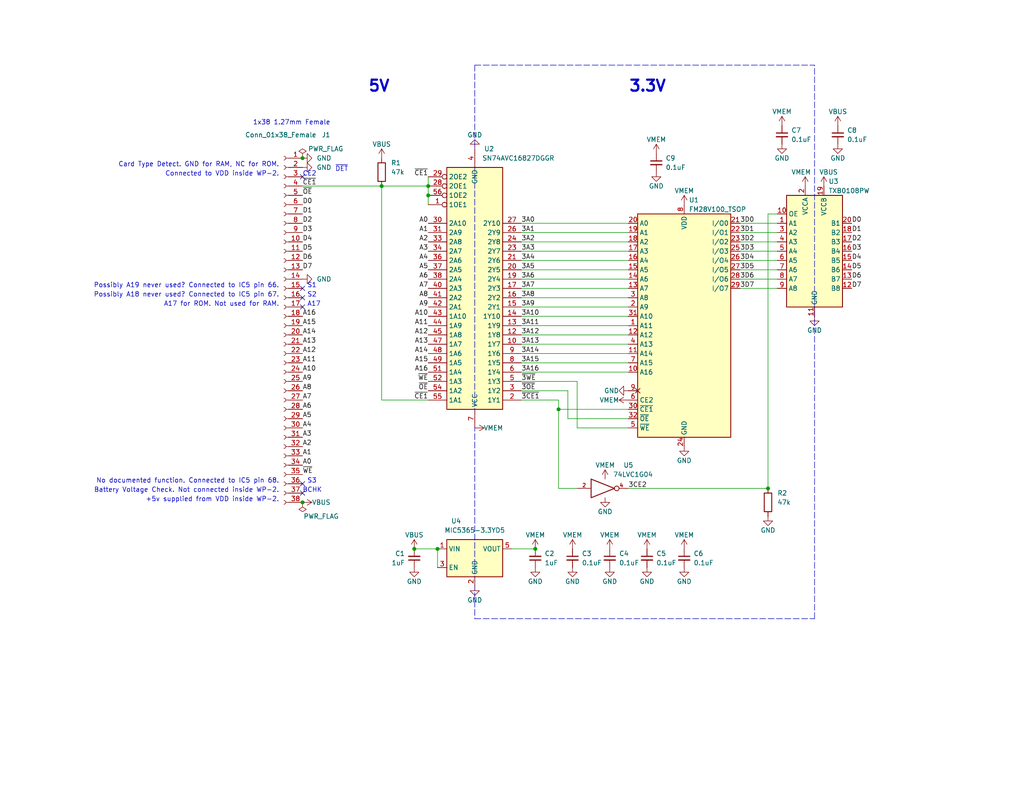
<source format=kicad_sch>
(kicad_sch (version 20211123) (generator eeschema)
  (paper "USLetter")
  (title_block (title "WP-2_IC-Card_FRAM_128K") (date "2023-01-11") (rev "001") (company "Brian K. White - b.kenyon.w@gmail.com"))
  (lib_symbols
    (symbol "0_LOCAL:62-65C1024_TSOP-I-32"
      (property "Reference" "U" (at -10.16 31.75 0))
      (property "Value" "62-65C1024_TSOP-I-32" (at 12.7 31.75 0))
      (symbol "62-65C1024_TSOP-I-32_0_1"
        (rectangle (start -12.7 30.48) (end 12.7 -30.48) (stroke (width 0.254)) (fill (type background)))
      )
      (symbol "62-65C1024_TSOP-I-32_1_1"
        (pin input line (at -15.24 0 0) (length 2.54) (name "A11") (number "1"))
        (pin input line (at -15.24 -12.7 0) (length 2.54) (name "A16") (number "10"))
        (pin input line (at -15.24 -7.62 0) (length 2.54) (name "A14") (number "11"))
        (pin input line (at -15.24 -2.54 0) (length 2.54) (name "A12") (number "12"))
        (pin input line (at -15.24 10.16 0) (length 2.54) (name "A7") (number "13"))
        (pin input line (at -15.24 12.7 0) (length 2.54) (name "A6") (number "14"))
        (pin input line (at -15.24 15.24 0) (length 2.54) (name "A5") (number "15"))
        (pin input line (at -15.24 17.78 0) (length 2.54) (name "A4") (number "16"))
        (pin input line (at -15.24 20.32 0) (length 2.54) (name "A3") (number "17"))
        (pin input line (at -15.24 22.86 0) (length 2.54) (name "A2") (number "18"))
        (pin input line (at -15.24 25.4 0) (length 2.54) (name "A1") (number "19"))
        (pin input line (at -15.24 5.08 0) (length 2.54) (name "A9") (number "2"))
        (pin input line (at -15.24 27.94 0) (length 2.54) (name "A0") (number "20"))
        (pin bidirectional line (at 15.24 27.94 180) (length 2.54) (name "I/O0") (number "21"))
        (pin bidirectional line (at 15.24 25.4 180) (length 2.54) (name "I/O1") (number "22"))
        (pin bidirectional line (at 15.24 22.86 180) (length 2.54) (name "I/O2") (number "23"))
        (pin power_in line (at 0 -33.02 90) (length 2.54) (name "GND") (number "24"))
        (pin bidirectional line (at 15.24 20.32 180) (length 2.54) (name "I/O3") (number "25"))
        (pin bidirectional line (at 15.24 17.78 180) (length 2.54) (name "I/O4") (number "26"))
        (pin bidirectional line (at 15.24 15.24 180) (length 2.54) (name "I/O5") (number "27"))
        (pin bidirectional line (at 15.24 12.7 180) (length 2.54) (name "I/O6") (number "28"))
        (pin bidirectional line (at 15.24 10.16 180) (length 2.54) (name "I/O7") (number "29"))
        (pin input line (at -15.24 7.62 0) (length 2.54) (name "A8") (number "3"))
        (pin input line (at -15.24 -22.86 0) (length 2.54) (name "~{CE1}") (number "30"))
        (pin input line (at -15.24 2.54 0) (length 2.54) (name "A10") (number "31"))
        (pin input line (at -15.24 -25.4 0) (length 2.54) (name "~{OE}") (number "32"))
        (pin input line (at -15.24 -5.08 0) (length 2.54) (name "A13") (number "4"))
        (pin input line (at -15.24 -27.94 0) (length 2.54) (name "~{WE}") (number "5"))
        (pin input line (at -15.24 -20.32 0) (length 2.54) (name "CE2") (number "6"))
        (pin input line (at -15.24 -10.16 0) (length 2.54) (name "A15") (number "7"))
        (pin power_in line (at 0 33.02 270) (length 2.54) (name "VDD") (number "8"))
        (pin passive non_logic (at -15.24 -17.78 0) (length 2.54) (name "~") (number "9"))
      )
    )
    (symbol "0_LOCAL:74LVC1G04" (pin_names (offset 1.016))
      (property "Reference" "U" (at -2.54 3.81 0))
      (property "Value" "74LVC1G04" (at 0 -3.81 0))
      (symbol "74LVC1G04_0_1"
        (polyline (pts (xy -3.81 2.54) (xy -3.81 -2.54) (xy 2.54 0) (xy -3.81 2.54)) (stroke (width 0.254)))
      )
      (symbol "74LVC1G04_1_1"
        (pin input line (at -7.62 0 0) (length 3.81) (name "~") (number "2"))
        (pin power_in line (at 0 -2.54 270) (length 0) hide (name "GND") (number "3"))
        (pin output inverted (at 6.35 0 180) (length 3.81) (name "~") (number "4"))
        (pin power_in line (at 0 2.54 90) (length 0) hide (name "VCC") (number "5"))
      )
    )
    (symbol "0_LOCAL:C_Small" (pin_numbers hide) (pin_names (offset 0.254) hide)
      (property "Reference" "C" (at 0.254 1.778 0))
      (property "Value" "C_Small" (at 0.254 -2.032 0))
      (symbol "C_Small_0_1"
        (polyline (pts (xy -1.524 -0.508) (xy 1.524 -0.508)) (stroke (width 0.3302)))
        (polyline (pts (xy -1.524 0.508) (xy 1.524 0.508)) (stroke (width 0.3048)))
      )
      (symbol "C_Small_1_1"
        (pin passive line (at 0 2.54 270) (length 2.032) (name "~") (number "1"))
        (pin passive line (at 0 -2.54 90) (length 2.032) (name "~") (number "2"))
      )
    )
    (symbol "0_LOCAL:Conn_01x38_Female" (pin_names (offset 1.016) hide)
      (property "Reference" "J" (at 0 48.26 0))
      (property "Value" "Conn_01x38_Female" (at 0 -50.8 0))
      (symbol "Conn_01x38_Female_1_1"
        (arc (start 0 -47.752) (mid -0.508 -48.26) (end 0 -48.768) (stroke (width 0.1524)))
        (arc (start 0 -45.212) (mid -0.508 -45.72) (end 0 -46.228) (stroke (width 0.1524)))
        (arc (start 0 -42.672) (mid -0.508 -43.18) (end 0 -43.688) (stroke (width 0.1524)))
        (arc (start 0 -40.132) (mid -0.508 -40.64) (end 0 -41.148) (stroke (width 0.1524)))
        (arc (start 0 -37.592) (mid -0.508 -38.1) (end 0 -38.608) (stroke (width 0.1524)))
        (arc (start 0 -35.052) (mid -0.508 -35.56) (end 0 -36.068) (stroke (width 0.1524)))
        (arc (start 0 -32.512) (mid -0.508 -33.02) (end 0 -33.528) (stroke (width 0.1524)))
        (arc (start 0 -29.972) (mid -0.508 -30.48) (end 0 -30.988) (stroke (width 0.1524)))
        (arc (start 0 -27.432) (mid -0.508 -27.94) (end 0 -28.448) (stroke (width 0.1524)))
        (arc (start 0 -24.892) (mid -0.508 -25.4) (end 0 -25.908) (stroke (width 0.1524)))
        (arc (start 0 -22.352) (mid -0.508 -22.86) (end 0 -23.368) (stroke (width 0.1524)))
        (arc (start 0 -19.812) (mid -0.508 -20.32) (end 0 -20.828) (stroke (width 0.1524)))
        (arc (start 0 -17.272) (mid -0.508 -17.78) (end 0 -18.288) (stroke (width 0.1524)))
        (arc (start 0 -14.732) (mid -0.508 -15.24) (end 0 -15.748) (stroke (width 0.1524)))
        (arc (start 0 -12.192) (mid -0.508 -12.7) (end 0 -13.208) (stroke (width 0.1524)))
        (arc (start 0 -9.652) (mid -0.508 -10.16) (end 0 -10.668) (stroke (width 0.1524)))
        (arc (start 0 -7.112) (mid -0.508 -7.62) (end 0 -8.128) (stroke (width 0.1524)))
        (arc (start 0 -4.572) (mid -0.508 -5.08) (end 0 -5.588) (stroke (width 0.1524)))
        (arc (start 0 -2.032) (mid -0.508 -2.54) (end 0 -3.048) (stroke (width 0.1524)))
        (polyline (pts (xy -1.27 -48.26) (xy -0.508 -48.26)) (stroke (width 0.1524)))
        (polyline (pts (xy -1.27 -45.72) (xy -0.508 -45.72)) (stroke (width 0.1524)))
        (polyline (pts (xy -1.27 -43.18) (xy -0.508 -43.18)) (stroke (width 0.1524)))
        (polyline (pts (xy -1.27 -40.64) (xy -0.508 -40.64)) (stroke (width 0.1524)))
        (polyline (pts (xy -1.27 -38.1) (xy -0.508 -38.1)) (stroke (width 0.1524)))
        (polyline (pts (xy -1.27 -35.56) (xy -0.508 -35.56)) (stroke (width 0.1524)))
        (polyline (pts (xy -1.27 -33.02) (xy -0.508 -33.02)) (stroke (width 0.1524)))
        (polyline (pts (xy -1.27 -30.48) (xy -0.508 -30.48)) (stroke (width 0.1524)))
        (polyline (pts (xy -1.27 -27.94) (xy -0.508 -27.94)) (stroke (width 0.1524)))
        (polyline (pts (xy -1.27 -25.4) (xy -0.508 -25.4)) (stroke (width 0.1524)))
        (polyline (pts (xy -1.27 -22.86) (xy -0.508 -22.86)) (stroke (width 0.1524)))
        (polyline (pts (xy -1.27 -20.32) (xy -0.508 -20.32)) (stroke (width 0.1524)))
        (polyline (pts (xy -1.27 -17.78) (xy -0.508 -17.78)) (stroke (width 0.1524)))
        (polyline (pts (xy -1.27 -15.24) (xy -0.508 -15.24)) (stroke (width 0.1524)))
        (polyline (pts (xy -1.27 -12.7) (xy -0.508 -12.7)) (stroke (width 0.1524)))
        (polyline (pts (xy -1.27 -10.16) (xy -0.508 -10.16)) (stroke (width 0.1524)))
        (polyline (pts (xy -1.27 -7.62) (xy -0.508 -7.62)) (stroke (width 0.1524)))
        (polyline (pts (xy -1.27 -5.08) (xy -0.508 -5.08)) (stroke (width 0.1524)))
        (polyline (pts (xy -1.27 -2.54) (xy -0.508 -2.54)) (stroke (width 0.1524)))
        (polyline (pts (xy -1.27 0) (xy -0.508 0)) (stroke (width 0.1524)))
        (polyline (pts (xy -1.27 2.54) (xy -0.508 2.54)) (stroke (width 0.1524)))
        (polyline (pts (xy -1.27 5.08) (xy -0.508 5.08)) (stroke (width 0.1524)))
        (polyline (pts (xy -1.27 7.62) (xy -0.508 7.62)) (stroke (width 0.1524)))
        (polyline (pts (xy -1.27 10.16) (xy -0.508 10.16)) (stroke (width 0.1524)))
        (polyline (pts (xy -1.27 12.7) (xy -0.508 12.7)) (stroke (width 0.1524)))
        (polyline (pts (xy -1.27 15.24) (xy -0.508 15.24)) (stroke (width 0.1524)))
        (polyline (pts (xy -1.27 17.78) (xy -0.508 17.78)) (stroke (width 0.1524)))
        (polyline (pts (xy -1.27 20.32) (xy -0.508 20.32)) (stroke (width 0.1524)))
        (polyline (pts (xy -1.27 22.86) (xy -0.508 22.86)) (stroke (width 0.1524)))
        (polyline (pts (xy -1.27 25.4) (xy -0.508 25.4)) (stroke (width 0.1524)))
        (polyline (pts (xy -1.27 27.94) (xy -0.508 27.94)) (stroke (width 0.1524)))
        (polyline (pts (xy -1.27 30.48) (xy -0.508 30.48)) (stroke (width 0.1524)))
        (polyline (pts (xy -1.27 33.02) (xy -0.508 33.02)) (stroke (width 0.1524)))
        (polyline (pts (xy -1.27 35.56) (xy -0.508 35.56)) (stroke (width 0.1524)))
        (polyline (pts (xy -1.27 38.1) (xy -0.508 38.1)) (stroke (width 0.1524)))
        (polyline (pts (xy -1.27 40.64) (xy -0.508 40.64)) (stroke (width 0.1524)))
        (polyline (pts (xy -1.27 43.18) (xy -0.508 43.18)) (stroke (width 0.1524)))
        (polyline (pts (xy -1.27 45.72) (xy -0.508 45.72)) (stroke (width 0.1524)))
        (arc (start 0 0.508) (mid -0.508 0) (end 0 -0.508) (stroke (width 0.1524)))
        (arc (start 0 3.048) (mid -0.508 2.54) (end 0 2.032) (stroke (width 0.1524)))
        (arc (start 0 5.588) (mid -0.508 5.08) (end 0 4.572) (stroke (width 0.1524)))
        (arc (start 0 8.128) (mid -0.508 7.62) (end 0 7.112) (stroke (width 0.1524)))
        (arc (start 0 10.668) (mid -0.508 10.16) (end 0 9.652) (stroke (width 0.1524)))
        (arc (start 0 13.208) (mid -0.508 12.7) (end 0 12.192) (stroke (width 0.1524)))
        (arc (start 0 15.748) (mid -0.508 15.24) (end 0 14.732) (stroke (width 0.1524)))
        (arc (start 0 18.288) (mid -0.508 17.78) (end 0 17.272) (stroke (width 0.1524)))
        (arc (start 0 20.828) (mid -0.508 20.32) (end 0 19.812) (stroke (width 0.1524)))
        (arc (start 0 23.368) (mid -0.508 22.86) (end 0 22.352) (stroke (width 0.1524)))
        (arc (start 0 25.908) (mid -0.508 25.4) (end 0 24.892) (stroke (width 0.1524)))
        (arc (start 0 28.448) (mid -0.508 27.94) (end 0 27.432) (stroke (width 0.1524)))
        (arc (start 0 30.988) (mid -0.508 30.48) (end 0 29.972) (stroke (width 0.1524)))
        (arc (start 0 33.528) (mid -0.508 33.02) (end 0 32.512) (stroke (width 0.1524)))
        (arc (start 0 36.068) (mid -0.508 35.56) (end 0 35.052) (stroke (width 0.1524)))
        (arc (start 0 38.608) (mid -0.508 38.1) (end 0 37.592) (stroke (width 0.1524)))
        (arc (start 0 41.148) (mid -0.508 40.64) (end 0 40.132) (stroke (width 0.1524)))
        (arc (start 0 43.688) (mid -0.508 43.18) (end 0 42.672) (stroke (width 0.1524)))
        (arc (start 0 46.228) (mid -0.508 45.72) (end 0 45.212) (stroke (width 0.1524)))
        (pin passive line (at -5.08 45.72 0) (length 3.81) (name "Pin_1") (number "1"))
        (pin passive line (at -5.08 22.86 0) (length 3.81) (name "Pin_10") (number "10"))
        (pin passive line (at -5.08 20.32 0) (length 3.81) (name "Pin_11") (number "11"))
        (pin passive line (at -5.08 17.78 0) (length 3.81) (name "Pin_12") (number "12"))
        (pin passive line (at -5.08 15.24 0) (length 3.81) (name "Pin_13") (number "13"))
        (pin passive line (at -5.08 12.7 0) (length 3.81) (name "Pin_14") (number "14"))
        (pin passive line (at -5.08 10.16 0) (length 3.81) (name "Pin_15") (number "15"))
        (pin passive line (at -5.08 7.62 0) (length 3.81) (name "Pin_16") (number "16"))
        (pin passive line (at -5.08 5.08 0) (length 3.81) (name "Pin_17") (number "17"))
        (pin passive line (at -5.08 2.54 0) (length 3.81) (name "Pin_18") (number "18"))
        (pin passive line (at -5.08 0 0) (length 3.81) (name "Pin_19") (number "19"))
        (pin passive line (at -5.08 43.18 0) (length 3.81) (name "Pin_2") (number "2"))
        (pin passive line (at -5.08 -2.54 0) (length 3.81) (name "Pin_20") (number "20"))
        (pin passive line (at -5.08 -5.08 0) (length 3.81) (name "Pin_21") (number "21"))
        (pin passive line (at -5.08 -7.62 0) (length 3.81) (name "Pin_22") (number "22"))
        (pin passive line (at -5.08 -10.16 0) (length 3.81) (name "Pin_23") (number "23"))
        (pin passive line (at -5.08 -12.7 0) (length 3.81) (name "Pin_24") (number "24"))
        (pin passive line (at -5.08 -15.24 0) (length 3.81) (name "Pin_25") (number "25"))
        (pin passive line (at -5.08 -17.78 0) (length 3.81) (name "Pin_26") (number "26"))
        (pin passive line (at -5.08 -20.32 0) (length 3.81) (name "Pin_27") (number "27"))
        (pin passive line (at -5.08 -22.86 0) (length 3.81) (name "Pin_28") (number "28"))
        (pin passive line (at -5.08 -25.4 0) (length 3.81) (name "Pin_29") (number "29"))
        (pin passive line (at -5.08 40.64 0) (length 3.81) (name "Pin_3") (number "3"))
        (pin passive line (at -5.08 -27.94 0) (length 3.81) (name "Pin_30") (number "30"))
        (pin passive line (at -5.08 -30.48 0) (length 3.81) (name "Pin_31") (number "31"))
        (pin passive line (at -5.08 -33.02 0) (length 3.81) (name "Pin_32") (number "32"))
        (pin passive line (at -5.08 -35.56 0) (length 3.81) (name "Pin_33") (number "33"))
        (pin passive line (at -5.08 -38.1 0) (length 3.81) (name "Pin_34") (number "34"))
        (pin passive line (at -5.08 -40.64 0) (length 3.81) (name "Pin_35") (number "35"))
        (pin passive line (at -5.08 -43.18 0) (length 3.81) (name "Pin_36") (number "36"))
        (pin passive line (at -5.08 -45.72 0) (length 3.81) (name "Pin_37") (number "37"))
        (pin passive line (at -5.08 -48.26 0) (length 3.81) (name "Pin_38") (number "38"))
        (pin passive line (at -5.08 38.1 0) (length 3.81) (name "Pin_4") (number "4"))
        (pin passive line (at -5.08 35.56 0) (length 3.81) (name "Pin_5") (number "5"))
        (pin passive line (at -5.08 33.02 0) (length 3.81) (name "Pin_6") (number "6"))
        (pin passive line (at -5.08 30.48 0) (length 3.81) (name "Pin_7") (number "7"))
        (pin passive line (at -5.08 27.94 0) (length 3.81) (name "Pin_8") (number "8"))
        (pin passive line (at -5.08 25.4 0) (length 3.81) (name "Pin_9") (number "9"))
      )
    )
    (symbol "0_LOCAL:MIC5365-3.3YD5"
      (property "Reference" "U" (at -7.62 6.35 0))
      (property "Value" "MIC5365-3.3YD5" (at 0 6.35 0))
      (symbol "MIC5365-3.3YD5_0_1"
        (rectangle (start -7.62 -5.08) (end 7.62 5.08) (stroke (width 0.254)) (fill (type background)))
      )
      (symbol "MIC5365-3.3YD5_1_1"
        (pin power_in line (at -10.16 2.54 0) (length 2.54) (name "VIN") (number "1"))
        (pin power_in line (at 0 -7.62 90) (length 2.54) (name "GND") (number "2"))
        (pin input line (at -10.16 -2.54 0) (length 2.54) (name "EN") (number "3"))
        (pin no_connect line (at 7.62 -2.54 180) (length 2.54) hide (name "NC") (number "4"))
        (pin power_out line (at 10.16 2.54 180) (length 2.54) (name "VOUT") (number "5"))
      )
    )
    (symbol "0_LOCAL:R" (pin_numbers hide) (pin_names (offset 0))
      (property "Reference" "R" (at 2.032 0 90))
      (property "Value" "R" (at 0 0 90))
      (symbol "R_0_1"
        (rectangle (start -1.016 -2.54) (end 1.016 2.54) (stroke (width 0.254)))
      )
      (symbol "R_1_1"
        (pin passive line (at 0 3.81 270) (length 1.27) (name "~") (number "1"))
        (pin passive line (at 0 -3.81 90) (length 1.27) (name "~") (number "2"))
      )
    )
    (symbol "0_LOCAL:SN74AVC16827DGGR"
      (property "Reference" "U" (at -6.35 34.29 0))
      (property "Value" "SN74AVC16827DGGR" (at 10.16 34.29 0))
      (symbol "SN74AVC16827DGGR_0_1"
        (rectangle (start -7.62 33.02) (end 7.62 -33.02) (stroke (width 0.254)) (fill (type background)))
      )
      (symbol "SN74AVC16827DGGR_1_1"
        (pin input inverted (at -12.7 -22.86 0) (length 5.08) (name "1OE1") (number "1"))
        (pin output line (at 12.7 15.24 180) (length 5.08) (name "1Y7") (number "10"))
        (pin passive line (at 0 -38.1 90) (length 5.08) hide (name "GND") (number "11"))
        (pin output line (at 12.7 12.7 180) (length 5.08) (name "1Y8") (number "12"))
        (pin output line (at 12.7 10.16 180) (length 5.08) (name "1Y9") (number "13"))
        (pin output line (at 12.7 7.62 180) (length 5.08) (name "1Y10") (number "14"))
        (pin output line (at 12.7 5.08 180) (length 5.08) (name "2Y1") (number "15"))
        (pin output line (at 12.7 2.54 180) (length 5.08) (name "2Y2") (number "16"))
        (pin output line (at 12.7 0 180) (length 5.08) (name "2Y3") (number "17"))
        (pin passive line (at 0 -38.1 90) (length 5.08) hide (name "GND") (number "18"))
        (pin output line (at 12.7 -2.54 180) (length 5.08) (name "2Y4") (number "19"))
        (pin output line (at 12.7 30.48 180) (length 5.08) (name "1Y1") (number "2"))
        (pin output line (at 12.7 -5.08 180) (length 5.08) (name "2Y5") (number "20"))
        (pin output line (at 12.7 -7.62 180) (length 5.08) (name "2Y6") (number "21"))
        (pin passive line (at 0 38.1 270) (length 5.08) hide (name "VCC") (number "22"))
        (pin output line (at 12.7 -10.16 180) (length 5.08) (name "2Y7") (number "23"))
        (pin output line (at 12.7 -12.7 180) (length 5.08) (name "2Y8") (number "24"))
        (pin passive line (at 0 -38.1 90) (length 5.08) hide (name "GND") (number "25"))
        (pin output line (at 12.7 -15.24 180) (length 5.08) (name "2Y9") (number "26"))
        (pin output line (at 12.7 -17.78 180) (length 5.08) (name "2Y10") (number "27"))
        (pin input inverted (at -12.7 -27.94 0) (length 5.08) (name "2OE1") (number "28"))
        (pin input inverted (at -12.7 -30.48 0) (length 5.08) (name "2OE2") (number "29"))
        (pin output line (at 12.7 27.94 180) (length 5.08) (name "1Y2") (number "3"))
        (pin input line (at -12.7 -17.78 0) (length 5.08) (name "2A10") (number "30"))
        (pin input line (at -12.7 -15.24 0) (length 5.08) (name "2A9") (number "31"))
        (pin passive line (at 0 -38.1 90) (length 5.08) hide (name "GND") (number "32"))
        (pin input line (at -12.7 -12.7 0) (length 5.08) (name "2A8") (number "33"))
        (pin input line (at -12.7 -10.16 0) (length 5.08) (name "2A7") (number "34"))
        (pin passive line (at 0 38.1 270) (length 5.08) hide (name "VCC") (number "35"))
        (pin input line (at -12.7 -7.62 0) (length 5.08) (name "2A6") (number "36"))
        (pin input line (at -12.7 -5.08 0) (length 5.08) (name "2A5") (number "37"))
        (pin input line (at -12.7 -2.54 0) (length 5.08) (name "2A4") (number "38"))
        (pin passive line (at 0 -38.1 90) (length 5.08) hide (name "GND") (number "39"))
        (pin power_in line (at 0 -38.1 90) (length 5.08) (name "GND") (number "4"))
        (pin input line (at -12.7 0 0) (length 5.08) (name "2A3") (number "40"))
        (pin input line (at -12.7 2.54 0) (length 5.08) (name "2A2") (number "41"))
        (pin input line (at -12.7 5.08 0) (length 5.08) (name "2A1") (number "42"))
        (pin input line (at -12.7 7.62 0) (length 5.08) (name "1A10") (number "43"))
        (pin input line (at -12.7 10.16 0) (length 5.08) (name "1A9") (number "44"))
        (pin input line (at -12.7 12.7 0) (length 5.08) (name "1A8") (number "45"))
        (pin passive line (at 0 -38.1 90) (length 5.08) hide (name "GND") (number "46"))
        (pin input line (at -12.7 15.24 0) (length 5.08) (name "1A7") (number "47"))
        (pin input line (at -12.7 17.78 0) (length 5.08) (name "1A6") (number "48"))
        (pin input line (at -12.7 20.32 0) (length 5.08) (name "1A5") (number "49"))
        (pin output line (at 12.7 25.4 180) (length 5.08) (name "1Y3") (number "5"))
        (pin passive line (at 0 38.1 270) (length 5.08) hide (name "VCC") (number "50"))
        (pin input line (at -12.7 22.86 0) (length 5.08) (name "1A4") (number "51"))
        (pin input line (at -12.7 25.4 0) (length 5.08) (name "1A3") (number "52"))
        (pin passive line (at 0 -38.1 90) (length 5.08) hide (name "GND") (number "53"))
        (pin input line (at -12.7 27.94 0) (length 5.08) (name "1A2") (number "54"))
        (pin input line (at -12.7 30.48 0) (length 5.08) (name "1A1") (number "55"))
        (pin input inverted (at -12.7 -25.4 0) (length 5.08) (name "1OE2") (number "56"))
        (pin output line (at 12.7 22.86 180) (length 5.08) (name "1Y4") (number "6"))
        (pin power_in line (at 0 38.1 270) (length 5.08) (name "VCC") (number "7"))
        (pin output line (at 12.7 20.32 180) (length 5.08) (name "1Y5") (number "8"))
        (pin output line (at 12.7 17.78 180) (length 5.08) (name "1Y6") (number "9"))
      )
    )
    (symbol "0_LOCAL:TXB0108PW"
      (property "Reference" "U" (at -6.35 16.51 0))
      (property "Value" "TXB0108PW" (at 3.81 16.51 0))
      (symbol "TXB0108PW_0_1"
        (rectangle (start -7.62 15.24) (end 7.62 -15.24) (stroke (width 0.254)) (fill (type background)))
      )
      (symbol "TXB0108PW_1_1"
        (pin bidirectional line (at -10.16 7.62 0) (length 2.54) (name "A1") (number "1"))
        (pin input line (at -10.16 10.16 0) (length 2.54) (name "OE") (number "10"))
        (pin power_in line (at 0 -17.78 90) (length 2.54) (name "GND") (number "11"))
        (pin bidirectional line (at 10.16 -10.16 180) (length 2.54) (name "B8") (number "12"))
        (pin bidirectional line (at 10.16 -7.62 180) (length 2.54) (name "B7") (number "13"))
        (pin bidirectional line (at 10.16 -5.08 180) (length 2.54) (name "B6") (number "14"))
        (pin bidirectional line (at 10.16 -2.54 180) (length 2.54) (name "B5") (number "15"))
        (pin bidirectional line (at 10.16 0 180) (length 2.54) (name "B4") (number "16"))
        (pin bidirectional line (at 10.16 2.54 180) (length 2.54) (name "B3") (number "17"))
        (pin bidirectional line (at 10.16 5.08 180) (length 2.54) (name "B2") (number "18"))
        (pin power_in line (at 2.54 17.78 270) (length 2.54) (name "VCCB") (number "19"))
        (pin power_in line (at -2.54 17.78 270) (length 2.54) (name "VCCA") (number "2"))
        (pin bidirectional line (at 10.16 7.62 180) (length 2.54) (name "B1") (number "20"))
        (pin bidirectional line (at -10.16 5.08 0) (length 2.54) (name "A2") (number "3"))
        (pin bidirectional line (at -10.16 2.54 0) (length 2.54) (name "A3") (number "4"))
        (pin bidirectional line (at -10.16 0 0) (length 2.54) (name "A4") (number "5"))
        (pin bidirectional line (at -10.16 -2.54 0) (length 2.54) (name "A5") (number "6"))
        (pin bidirectional line (at -10.16 -5.08 0) (length 2.54) (name "A6") (number "7"))
        (pin bidirectional line (at -10.16 -7.62 0) (length 2.54) (name "A7") (number "8"))
        (pin bidirectional line (at -10.16 -10.16 0) (length 2.54) (name "A8") (number "9"))
      )
    )
    (symbol "PWR_FLAG_1" (power) (pin_numbers hide) (pin_names (offset 0) hide)
      (property "Value" "PWR_FLAG_1" (at 0 3.81 0))
      (symbol "PWR_FLAG_1_0_0"
        (pin power_out line (at 0 0 90) (length 0) (name "pwr") (number "1"))
      )
      (symbol "PWR_FLAG_1_0_1"
        (polyline (pts (xy 0 0) (xy 0 1.27) (xy -1.016 1.905) (xy 0 2.54) (xy 1.016 1.905) (xy 0 1.27)))
      )
    )
    (symbol "power:GND" (power) (pin_names (offset 0))
      (property "Value" "GND" (at 0 -3.81 0))
      (symbol "GND_0_1"
        (polyline (pts (xy 0 0) (xy 0 -1.27) (xy 1.27 -1.27) (xy 0 -2.54) (xy -1.27 -1.27) (xy 0 -1.27)))
      )
      (symbol "GND_1_1"
        (pin power_in line (at 0 0 270) (length 0) hide (name "GND") (number "1"))
      )
    )
    (symbol "power:PWR_FLAG" (power) (pin_numbers hide) (pin_names (offset 0) hide)
      (property "Value" "PWR_FLAG" (at 0 3.81 0))
      (symbol "PWR_FLAG_0_0"
        (pin power_out line (at 0 0 90) (length 0) (name "pwr") (number "1"))
      )
      (symbol "PWR_FLAG_0_1"
        (polyline (pts (xy 0 0) (xy 0 1.27) (xy -1.016 1.905) (xy 0 2.54) (xy 1.016 1.905) (xy 0 1.27)))
      )
    )
    (symbol "power:VBUS" (power) (pin_names (offset 0))
      (property "Value" "VBUS" (at 0 3.81 0))
      (symbol "VBUS_0_1"
        (polyline (pts (xy -0.762 1.27) (xy 0 2.54)))
        (polyline (pts (xy 0 0) (xy 0 2.54)))
        (polyline (pts (xy 0 2.54) (xy 0.762 1.27)))
      )
      (symbol "VBUS_1_1"
        (pin power_in line (at 0 0 90) (length 0) hide (name "VBUS") (number "1"))
      )
    )
    (symbol "power:VMEM" (power) (pin_names (offset 0))
      (property "Value" "VMEM" (at 0 3.81 0))
      (symbol "VMEM_0_1"
        (polyline (pts (xy -0.762 1.27) (xy 0 2.54)))
        (polyline (pts (xy 0 0) (xy 0 2.54)))
        (polyline (pts (xy 0 2.54) (xy 0.762 1.27)))
      )
      (symbol "VMEM_1_1"
        (pin power_in line (at 0 0 90) (length 0) hide (name "VMEM") (number "1"))
      )
    )
  )
  (junction (at 152.4 111.76))
  (junction (at 82.55 137.16))
  (junction (at 116.84 53.34))
  (junction (at 104.14 50.8))
  (junction (at 146.05 149.86))
  (junction (at 209.55 133.35))
  (junction (at 113.03 149.86))
  (junction (at 82.55 43.18))
  (junction (at 119.38 149.86))
  (junction (at 116.84 50.8))
  (no_connect (at 82.55 48.26))
  (no_connect (at 82.55 81.28))
  (no_connect (at 82.55 134.62))
  (no_connect (at 82.55 132.08))
  (no_connect (at 82.55 83.82))
  (no_connect (at 82.55 78.74))
  (wire (pts (xy 116.84 109.22) (xy 104.14 109.22)))
  (wire (pts (xy 171.45 114.3) (xy 154.94 114.3)))
  (wire (pts (xy 152.4 111.76) (xy 152.4 133.35)))
  (wire (pts (xy 157.48 104.14) (xy 157.48 116.84)))
  (wire (pts (xy 142.24 106.68) (xy 154.94 106.68)))
  (wire (pts (xy 142.24 99.06) (xy 171.45 99.06)))
  (wire (pts (xy 152.4 111.76) (xy 171.45 111.76)))
  (wire (pts (xy 142.24 76.2) (xy 171.45 76.2)))
  (wire (pts (xy 152.4 133.35) (xy 157.48 133.35)))
  (wire (pts (xy 142.24 68.58) (xy 171.45 68.58)))
  (wire (pts (xy 142.24 91.44) (xy 171.45 91.44)))
  (wire (pts (xy 142.24 109.22) (xy 152.4 109.22)))
  (wire (pts (xy 116.84 48.26) (xy 116.84 50.8)))
  (polyline (pts (xy 129.54 168.91) (xy 222.25 168.91)))
  (wire (pts (xy 201.93 73.66) (xy 212.09 73.66)))
  (wire (pts (xy 116.84 50.8) (xy 116.84 53.34)))
  (wire (pts (xy 142.24 73.66) (xy 171.45 73.66)))
  (wire (pts (xy 209.55 58.42) (xy 212.09 58.42)))
  (wire (pts (xy 201.93 66.04) (xy 212.09 66.04)))
  (wire (pts (xy 201.93 76.2) (xy 212.09 76.2)))
  (wire (pts (xy 142.24 60.96) (xy 171.45 60.96)))
  (wire (pts (xy 201.93 71.12) (xy 212.09 71.12)))
  (wire (pts (xy 142.24 63.5) (xy 171.45 63.5)))
  (polyline (pts (xy 222.25 168.91) (xy 222.25 17.78)))
  (wire (pts (xy 119.38 149.86) (xy 119.38 154.94)))
  (wire (pts (xy 152.4 109.22) (xy 152.4 111.76)))
  (wire (pts (xy 201.93 78.74) (xy 212.09 78.74)))
  (wire (pts (xy 142.24 104.14) (xy 157.48 104.14)))
  (polyline (pts (xy 129.54 17.78) (xy 129.54 168.91)))
  (wire (pts (xy 201.93 68.58) (xy 212.09 68.58)))
  (wire (pts (xy 116.84 53.34) (xy 116.84 55.88)))
  (wire (pts (xy 142.24 101.6) (xy 171.45 101.6)))
  (wire (pts (xy 142.24 78.74) (xy 171.45 78.74)))
  (wire (pts (xy 113.03 149.86) (xy 119.38 149.86)))
  (wire (pts (xy 142.24 83.82) (xy 171.45 83.82)))
  (wire (pts (xy 142.24 96.52) (xy 171.45 96.52)))
  (wire (pts (xy 201.93 60.96) (xy 212.09 60.96)))
  (wire (pts (xy 154.94 106.68) (xy 154.94 114.3)))
  (wire (pts (xy 142.24 71.12) (xy 171.45 71.12)))
  (polyline (pts (xy 129.54 17.78) (xy 222.25 17.78)))
  (wire (pts (xy 104.14 109.22) (xy 104.14 50.8)))
  (wire (pts (xy 139.7 149.86) (xy 146.05 149.86)))
  (wire (pts (xy 201.93 63.5) (xy 212.09 63.5)))
  (wire (pts (xy 142.24 88.9) (xy 171.45 88.9)))
  (wire (pts (xy 142.24 86.36) (xy 171.45 86.36)))
  (wire (pts (xy 104.14 50.8) (xy 116.84 50.8)))
  (wire (pts (xy 209.55 133.35) (xy 209.55 58.42)))
  (wire (pts (xy 171.45 133.35) (xy 209.55 133.35)))
  (wire (pts (xy 82.55 50.8) (xy 104.14 50.8)))
  (wire (pts (xy 157.48 116.84) (xy 171.45 116.84)))
  (wire (pts (xy 142.24 66.04) (xy 171.45 66.04)))
  (wire (pts (xy 142.24 81.28) (xy 171.45 81.28)))
  (wire (pts (xy 142.24 93.98) (xy 171.45 93.98)))
  (text "Connected to VDD inside WP-2." (at 76.2 48.26 180) (effects (font (size 1.27 1.27)) (justify right bottom)))
  (text "BCHK" (at 82.55 134.62 0) (effects (font (size 1.27 1.27)) (justify left bottom)))
  (text "CE2" (at 82.55 48.26 0) (effects (font (size 1.27 1.27)) (justify left bottom)))
  (text "S1" (at 83.82 78.74 0) (effects (font (size 1.27 1.27)) (justify left bottom)))
  (text "3.3V" (at 171.45 25.4 0) (effects (font (size 3 3) (thickness 0.6) bold) (justify left bottom)))
  (text "+5v supplied from VDD inside WP-2." (at 76.2 137.16 180) (effects (font (size 1.27 1.27)) (justify right bottom)))
  (text "A17" (at 83.82 83.82 0) (effects (font (size 1.27 1.27)) (justify left bottom)))
  (text "1x38 1.27mm Female" (at 90.17 34.29 180) (effects (font (size 1.27 1.27)) (justify right bottom)))
  (text "No documented function. Connected to IC5 pin 68." (at 76.2 132.08 180) (effects (font (size 1.27 1.27)) (justify right bottom)))
  (text "Possibly A19 never used? Connected to IC5 pin 66." (at 76.2 78.74 180) (effects (font (size 1.27 1.27)) (justify right bottom)))
  (text "5V" (at 100.33 25.4 0) (effects (font (size 3 3) (thickness 0.6) bold) (justify left bottom)))
  (text "Battery Voltage Check. Not connected inside WP-2." (at 76.2 134.62 180) (effects (font (size 1.27 1.27)) (justify right bottom)))
  (text "~{DET}" (at 91.44 46.99 0) (effects (font (size 1.27 1.27)) (justify left bottom)))
  (text "Possibly A18 never used? Connected to IC5 pin 67." (at 76.2 81.28 180) (effects (font (size 1.27 1.27)) (justify right bottom)))
  (text "S2" (at 83.82 81.28 0) (effects (font (size 1.27 1.27)) (justify left bottom)))
  (text "Card Type Detect. GND for RAM, NC for ROM." (at 76.2 45.72 180) (effects (font (size 1.27 1.27)) (justify right bottom)))
  (text "A17 for ROM. Not used for RAM." (at 76.2 83.82 180) (effects (font (size 1.27 1.27)) (justify right bottom)))
  (text "S3" (at 83.82 132.08 0) (effects (font (size 1.27 1.27)) (justify left bottom)))
  (label "3A1" (at 142.24 63.5 0))
  (label "A3" (at 116.84 68.58 180))
  (label "3CE2" (at 171.45 133.35 0))
  (label "A10" (at 82.55 101.6 0))
  (label "D3" (at 232.41 68.58 0))
  (label "3D1" (at 201.93 63.5 0))
  (label "A1" (at 116.84 63.5 180))
  (label "D0" (at 82.55 55.88 0))
  (label "D7" (at 232.41 78.74 0))
  (label "3A5" (at 142.24 73.66 0))
  (label "D0" (at 232.41 60.96 0))
  (label "A11" (at 82.55 99.06 0))
  (label "A11" (at 116.84 88.9 180))
  (label "~{CE1}" (at 82.55 50.8 0))
  (label "A13" (at 116.84 93.98 180))
  (label "~{CE1}" (at 116.84 109.22 180))
  (label "A15" (at 116.84 99.06 180))
  (label "3A14" (at 142.24 96.52 0))
  (label "3D5" (at 201.93 73.66 0))
  (label "~{3WE}" (at 142.24 104.14 0))
  (label "D3" (at 82.55 63.5 0))
  (label "A9" (at 82.55 104.14 0))
  (label "3D3" (at 201.93 68.58 0))
  (label "A10" (at 116.84 86.36 180))
  (label "~{CE1}" (at 116.84 48.26 180))
  (label "D7" (at 82.55 73.66 0))
  (label "3A10" (at 142.24 86.36 0))
  (label "A14" (at 82.55 91.44 0))
  (label "A16" (at 82.55 86.36 0))
  (label "A2" (at 116.84 66.04 180))
  (label "A4" (at 116.84 71.12 180))
  (label "3D0" (at 201.93 60.96 0))
  (label "3A16" (at 142.24 101.6 0))
  (label "3A0" (at 142.24 60.96 0))
  (label "A6" (at 116.84 76.2 180))
  (label "~{OE}" (at 116.84 106.68 180))
  (label "3A7" (at 142.24 78.74 0))
  (label "A8" (at 82.55 106.68 0))
  (label "A14" (at 116.84 96.52 180))
  (label "D5" (at 82.55 68.58 0))
  (label "A7" (at 82.55 109.22 0))
  (label "A15" (at 82.55 88.9 0))
  (label "A3" (at 82.55 119.38 0))
  (label "3A3" (at 142.24 68.58 0))
  (label "A8" (at 116.84 81.28 180))
  (label "3A13" (at 142.24 93.98 0))
  (label "~{3CE1}" (at 142.24 109.22 0))
  (label "A12" (at 82.55 96.52 0))
  (label "A5" (at 82.55 114.3 0))
  (label "A6" (at 82.55 111.76 0))
  (label "D1" (at 82.55 58.42 0))
  (label "A16" (at 116.84 101.6 180))
  (label "~{OE}" (at 82.55 53.34 0))
  (label "3A9" (at 142.24 83.82 0))
  (label "A5" (at 116.84 73.66 180))
  (label "A2" (at 82.55 121.92 0))
  (label "A7" (at 116.84 78.74 180))
  (label "3A2" (at 142.24 66.04 0))
  (label "3A6" (at 142.24 76.2 0))
  (label "A13" (at 82.55 93.98 0))
  (label "D4" (at 232.41 71.12 0))
  (label "~{3OE}" (at 142.24 106.68 0))
  (label "3A4" (at 142.24 71.12 0))
  (label "A0" (at 116.84 60.96 180))
  (label "3A12" (at 142.24 91.44 0))
  (label "A12" (at 116.84 91.44 180))
  (label "A9" (at 116.84 83.82 180))
  (label "3A8" (at 142.24 81.28 0))
  (label "D2" (at 82.55 60.96 0))
  (label "3D7" (at 201.93 78.74 0))
  (label "3A11" (at 142.24 88.9 0))
  (label "3D6" (at 201.93 76.2 0))
  (label "3D2" (at 201.93 66.04 0))
  (label "A1" (at 82.55 124.46 0))
  (label "3A15" (at 142.24 99.06 0))
  (label "~{WE}" (at 82.55 129.54 0))
  (label "A0" (at 82.55 127 0))
  (label "D2" (at 232.41 66.04 0))
  (label "D6" (at 232.41 76.2 0))
  (label "D6" (at 82.55 71.12 0))
  (label "D4" (at 82.55 66.04 0))
  (label "D5" (at 232.41 73.66 0))
  (label "A4" (at 82.55 116.84 0))
  (label "3D4" (at 201.93 71.12 0))
  (label "D1" (at 232.41 63.5 0))
  (label "~{WE}" (at 116.84 104.14 180))
  (symbol (lib_id "0_LOCAL:Conn_01x38_Female") (at 77.47 88.9 0) (mirror y) (unit 1)
    (property "Reference" "J1" (at 90.17 36.83 0) (effects (justify left)))
    (property "Value" "Conn_01x38_Female" (at 86.36 36.83 0) (effects (justify left)))
    (property "Footprint" "0_LOCAL:SMS-138-01-x-x_edge" (effects hide))
  )
  (symbol (lib_id "power:GND") (at 82.55 43.18 90) (mirror x) (unit 1)
    (property "Reference" "#PWR0102" (effects hide))
    (property "Value" "GND" (at 86.36 43.18 90) (effects (justify right)))
  )
  (symbol (lib_id "power:GND") (at 82.55 45.72 90) (mirror x) (unit 1)
    (property "Reference" "#PWR0105" (effects hide))
    (property "Value" "GND" (at 86.36 45.72 90) (effects (justify right)))
  )
  (symbol (lib_id "power:GND") (at 186.69 121.92 0) (unit 1)
    (property "Reference" "#PWR0106" (effects hide))
    (property "Value" "GND" (at 186.69 125.73 0))
  )
  (symbol (lib_id "power:GND") (at 82.55 76.2 90) (mirror x) (unit 1)
    (property "Reference" "#PWR0108" (effects hide))
    (property "Value" "GND" (at 86.36 76.2 90) (effects (justify right)))
  )
  (symbol (lib_id "0_LOCAL:C_Small") (at 228.6 36.83 0) (unit 1)
    (property "Reference" "C8" (at 231.14 35.56 0) (effects (justify left)))
    (property "Value" "0.1uF" (at 231.14 38.1 0) (effects (justify left)))
    (property "Footprint" "0_LOCAL:C_0805_1mm" (effects hide))
  )
  (symbol (lib_id "power:VMEM") (at 146.05 149.86 0) (unit 1)
    (property "Reference" "#PWR0109" (effects hide))
    (property "Value" "VMEM" (at 146.05 146.05 0))
  )
  (symbol (lib_id "0_LOCAL:C_Small") (at 156.21 152.4 0) (unit 1)
    (property "Reference" "C3" (at 158.75 151.13 0) (effects (justify left)))
    (property "Value" "0.1uF" (at 158.75 153.67 0) (effects (justify left)))
    (property "Footprint" "0_LOCAL:C_0805_1mm" (effects hide))
  )
  (symbol (lib_id "0_LOCAL:TXB0108PW") (at 222.25 68.58 0) (unit 1)
    (property "Reference" "U3" (at 226.06 49.53 0) (effects (justify left)))
    (property "Value" "TXB0108PW" (at 226.06 52.07 0) (effects (justify left)))
    (property "Footprint" "0_LOCAL:TSSOP-20_4.4x6.5mm_P0.65mm" (effects hide))
    (property "Datasheet" "http://www.ti.com/lit/ds/symlink/txb0108.pdf" (effects hide))
  )
  (symbol (lib_id "power:PWR_FLAG") (at 82.55 43.18 0) (unit 1)
    (property "Reference" "#FLG0103" (effects hide))
    (property "Value" "PWR_FLAG" (at 88.9 40.64 0))
  )
  (symbol (lib_id "0_LOCAL:C_Small") (at 186.69 152.4 0) (unit 1)
    (property "Reference" "C6" (at 189.23 151.13 0) (effects (justify left)))
    (property "Value" "0.1uF" (at 189.23 153.67 0) (effects (justify left)))
    (property "Footprint" "0_LOCAL:C_0805_1mm" (effects hide))
  )
  (symbol (lib_id "power:VMEM") (at 179.07 41.91 0) (unit 1)
    (property "Reference" "#PWR0144" (effects hide))
    (property "Value" "VMEM" (at 179.07 38.1 0))
  )
  (symbol (lib_id "power:GND") (at 146.05 154.94 0) (unit 1)
    (property "Reference" "#PWR0113" (effects hide))
    (property "Value" "GND" (at 146.05 158.75 0))
  )
  (symbol (lib_id "power:VBUS") (at 224.79 50.8 0) (unit 1)
    (property "Reference" "#PWR0135" (effects hide))
    (property "Value" "VBUS" (at 223.52 46.99 0) (effects (justify left)))
  )
  (symbol (lib_id "power:GND") (at 129.54 40.64 180) (unit 1)
    (property "Reference" "#PWR0114" (effects hide))
    (property "Value" "GND" (at 129.54 36.83 0))
  )
  (symbol (lib_id "power:VMEM") (at 129.54 116.84 270) (unit 1)
    (property "Reference" "#PWR0115" (effects hide))
    (property "Value" "VMEM" (at 134.62 116.84 90))
  )
  (symbol (lib_id "power:VMEM") (at 219.71 50.8 0) (unit 1)
    (property "Reference" "#PWR0134" (effects hide))
    (property "Value" "VMEM" (at 215.9 46.99 0) (effects (justify left)))
  )
  (symbol (lib_id "power:GND") (at 165.1 135.89 0) (unit 1)
    (property "Reference" "#PWR0127" (effects hide))
    (property "Value" "GND" (at 165.1 139.7 0))
  )
  (symbol (lib_id "power:GND") (at 156.21 154.94 0) (unit 1)
    (property "Reference" "#PWR0104" (effects hide))
    (property "Value" "GND" (at 156.21 158.75 0))
  )
  (symbol (lib_id "0_LOCAL:MIC5365-3.3YD5") (at 129.54 152.4 0) (unit 1)
    (property "Reference" "U4" (at 124.46 142.24 0))
    (property "Value" "MIC5365-3.3YD5" (at 129.54 144.78 0))
    (property "Footprint" "0_LOCAL:TSOT-23-5" (effects hide))
    (property "Datasheet" "http://ww1.microchip.com/downloads/en/DeviceDoc/mic5365.pdf" (effects hide))
  )
  (symbol (lib_id "0_LOCAL:C_Small") (at 166.37 152.4 0) (unit 1)
    (property "Reference" "C4" (at 168.91 151.13 0) (effects (justify left)))
    (property "Value" "0.1uF" (at 168.91 153.67 0) (effects (justify left)))
    (property "Footprint" "0_LOCAL:C_0805_1mm" (effects hide))
  )
  (symbol (lib_id "power:GND") (at 186.69 154.94 0) (unit 1)
    (property "Reference" "#PWR0120" (effects hide))
    (property "Value" "GND" (at 186.69 158.75 0))
  )
  (symbol (lib_id "power:VMEM") (at 165.1 130.81 0) (unit 1)
    (property "Reference" "#PWR0126" (effects hide))
    (property "Value" "VMEM" (at 165.1 127 0))
  )
  (symbol (lib_id "0_LOCAL:74LVC1G04") (at 165.1 133.35 0) (unit 1)
    (property "Reference" "U5" (at 171.45 127 0))
    (property "Value" "74LVC1G04" (at 172.72 129.54 0))
    (property "Footprint" "0_LOCAL:TSOT-23-5" (effects hide))
    (property "Datasheet" "http://www.ti.com/lit/sg/scyt129e/scyt129e.pdf" (effects hide))
  )
  (symbol (lib_id "0_LOCAL:R") (at 209.55 137.16 0) (unit 1)
    (property "Reference" "R2" (at 212.09 134.62 0) (effects (justify left)))
    (property "Value" "47k" (at 212.09 137.16 0) (effects (justify left)))
    (property "Footprint" "0_LOCAL:R_0805" (effects hide))
  )
  (symbol (lib_id "power:GND") (at 179.07 46.99 0) (unit 1)
    (property "Reference" "#PWR0145" (effects hide))
    (property "Value" "GND" (at 179.07 50.8 0))
  )
  (symbol (lib_id "power:GND") (at 222.25 86.36 0) (unit 1)
    (property "Reference" "#PWR0133" (effects hide))
    (property "Value" "GND" (at 222.25 90.17 0))
  )
  (symbol (lib_id "power:VBUS") (at 82.55 137.16 270) (unit 1)
    (property "Reference" "#PWR0116" (effects hide))
    (property "Value" "VBUS" (at 85.09 137.16 90) (effects (justify left)))
  )
  (symbol (lib_id "power:VMEM") (at 213.36 34.29 0) (unit 1)
    (property "Reference" "#PWR0119" (effects hide))
    (property "Value" "VMEM" (at 213.36 30.48 0))
  )
  (symbol (lib_id "power:VBUS") (at 228.6 34.29 0) (unit 1)
    (property "Reference" "#PWR0141" (effects hide))
    (property "Value" "VBUS" (at 228.6 30.48 0))
  )
  (symbol (lib_id "power:VMEM") (at 186.69 149.86 0) (unit 1)
    (property "Reference" "#PWR0125" (effects hide))
    (property "Value" "VMEM" (at 186.69 146.05 0))
  )
  (symbol (lib_id "0_LOCAL:SN74AVC16827DGGR") (at 129.54 78.74 0) (mirror x) (unit 1)
    (property "Reference" "U2" (at 132.08 40.64 0) (effects (justify left)))
    (property "Value" "SN74AVC16827DGGR" (at 131.5594 43.18 0) (effects (justify left)))
    (property "Footprint" "0_LOCAL:TSSOP-56_6.1x12.5mm_P0.4mm_0.2mm-pads" (effects hide))
    (property "Datasheet" "http://www.ti.com/lit/ds/symlink/sn74avc16827.pdf" (effects hide))
  )
  (symbol (lib_id "power:VMEM") (at 166.37 149.86 0) (unit 1)
    (property "Reference" "#PWR0123" (effects hide))
    (property "Value" "VMEM" (at 166.37 146.05 0))
  )
  (symbol (lib_id "power:VMEM") (at 171.45 109.22 90) (mirror x) (unit 1)
    (property "Reference" "#PWR0121" (effects hide))
    (property "Value" "VMEM" (at 168.91 109.22 90) (effects (justify left)))
  )
  (symbol (lib_id "power:VMEM") (at 156.21 149.86 0) (unit 1)
    (property "Reference" "#PWR0110" (effects hide))
    (property "Value" "VMEM" (at 156.21 146.05 0))
  )
  (symbol (lib_id "power:GND") (at 129.54 160.02 0) (unit 1)
    (property "Reference" "#PWR0112" (effects hide))
    (property "Value" "GND" (at 129.54 163.83 0))
  )
  (symbol (lib_id "power:GND") (at 228.6 39.37 0) (unit 1)
    (property "Reference" "#PWR0139" (effects hide))
    (property "Value" "GND" (at 228.6 43.18 0))
  )
  (symbol (lib_id "power:GND") (at 171.45 106.68 270) (unit 1)
    (property "Reference" "#PWR0103" (effects hide))
    (property "Value" "GND" (at 168.91 106.68 90) (effects (justify right)))
  )
  (symbol (lib_id "power:GND") (at 213.36 39.37 0) (unit 1)
    (property "Reference" "#PWR0118" (effects hide))
    (property "Value" "GND" (at 213.36 43.18 0))
  )
  (symbol (lib_id "power:VBUS") (at 104.14 43.18 0) (unit 1)
    (property "Reference" "#PWR0128" (effects hide))
    (property "Value" "VBUS" (at 104.14 39.37 0))
  )
  (symbol (lib_id "0_LOCAL:C_Small") (at 146.05 152.4 180) (unit 1)
    (property "Reference" "C2" (at 148.59 151.13 0) (effects (justify right)))
    (property "Value" "1uF" (at 148.59 153.67 0) (effects (justify right)))
    (property "Footprint" "0_LOCAL:C_0805_1mm" (effects hide))
  )
  (symbol (lib_id "power:VMEM") (at 176.53 149.86 0) (unit 1)
    (property "Reference" "#PWR0124" (effects hide))
    (property "Value" "VMEM" (at 176.53 146.05 0))
  )
  (symbol (lib_id "power:GND") (at 209.55 140.97 0) (unit 1)
    (property "Reference" "#PWR0129" (effects hide))
    (property "Value" "GND" (at 209.55 144.78 0))
  )
  (symbol (lib_id "power:VBUS") (at 113.03 149.86 0) (unit 1)
    (property "Reference" "#PWR0107" (effects hide))
    (property "Value" "VBUS" (at 113.03 146.05 0))
  )
  (symbol (lib_id "0_LOCAL:C_Small") (at 213.36 36.83 0) (unit 1)
    (property "Reference" "C7" (at 215.9 35.56 0) (effects (justify left)))
    (property "Value" "0.1uF" (at 215.9 38.1 0) (effects (justify left)))
    (property "Footprint" "0_LOCAL:C_0805_1mm" (effects hide))
  )
  (symbol (lib_id "power:VMEM") (at 186.69 55.88 0) (unit 1)
    (property "Reference" "#PWR0111" (effects hide))
    (property "Value" "VMEM" (at 186.69 52.07 0))
  )
  (symbol (lib_id "0_LOCAL:C_Small") (at 176.53 152.4 0) (unit 1)
    (property "Reference" "C5" (at 179.07 151.13 0) (effects (justify left)))
    (property "Value" "0.1uF" (at 179.07 153.67 0) (effects (justify left)))
    (property "Footprint" "0_LOCAL:C_0805_1mm" (effects hide))
  )
  (symbol (lib_id "0_LOCAL:R") (at 104.14 46.99 0) (unit 1)
    (property "Reference" "R1" (at 106.68 44.45 0) (effects (justify left)))
    (property "Value" "47k" (at 106.68 46.99 0) (effects (justify left)))
    (property "Footprint" "0_LOCAL:R_0805" (effects hide))
  )
  (symbol (lib_id "0_LOCAL:C_Small") (at 113.03 152.4 180) (unit 1)
    (property "Reference" "C1" (at 110.49 151.13 0) (effects (justify left)))
    (property "Value" "1uF" (at 110.49 153.67 0) (effects (justify left)))
    (property "Footprint" "0_LOCAL:C_0805_1mm" (effects hide))
  )
  (symbol (lib_id "0_LOCAL:62-65C1024_TSOP-I-32") (at 186.69 88.9 0) (unit 1)
    (property "Reference" "U1" (at 187.96 54.61 0) (effects (justify left)))
    (property "Value" "FM28V100_TSOP" (at 187.96 57.15 0) (effects (justify left)))
    (property "Footprint" "0_LOCAL:TSOP32-14mm" (effects hide))
    (property "Datasheet" "http://www.issi.com/WW/pdf/61-64C5128AL.pdf" (effects hide))
  )
  (symbol (lib_id "power:GND") (at 166.37 154.94 0) (unit 1)
    (property "Reference" "#PWR0117" (effects hide))
    (property "Value" "GND" (at 166.37 158.75 0))
  )
  (symbol (lib_name "PWR_FLAG_1") (lib_id "power:PWR_FLAG") (at 82.55 137.16 0) (mirror x) (unit 1)
    (property "Reference" "#FLG0101" (effects hide))
    (property "Value" "PWR_FLAG" (at 87.63 140.97 0))
  )
  (symbol (lib_id "0_LOCAL:C_Small") (at 179.07 44.45 0) (unit 1)
    (property "Reference" "C9" (at 181.61 43.18 0) (effects (justify left)))
    (property "Value" "0.1uF" (at 181.61 45.72 0) (effects (justify left)))
    (property "Footprint" "0_LOCAL:C_0805_1mm" (effects hide))
  )
  (symbol (lib_id "power:GND") (at 113.03 154.94 0) (unit 1)
    (property "Reference" "#PWR0101" (effects hide))
    (property "Value" "GND" (at 113.03 158.75 0))
  )
  (symbol (lib_id "power:GND") (at 176.53 154.94 0) (unit 1)
    (property "Reference" "#PWR0122" (effects hide))
    (property "Value" "GND" (at 176.53 158.75 0))
  )
)
</source>
